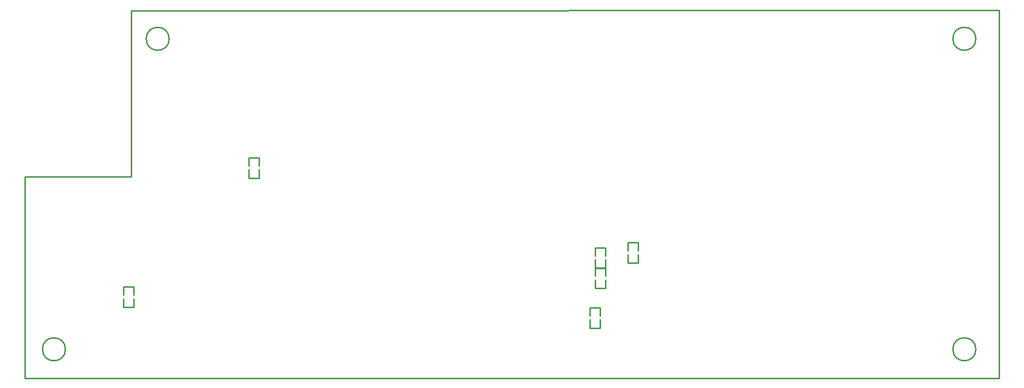
<source format=gbo>
*
*
G04 PADS 9.5 Build Number: 522968 generated Gerber (RS-274-X) file*
G04 PC Version=2.1*
*
%IN "opqbox2.pcb"*%
*
%MOIN*%
*
%FSLAX35Y35*%
*
*
*
*
G04 PC Standard Apertures*
*
*
G04 Thermal Relief Aperture macro.*
%AMTER*
1,1,$1,0,0*
1,0,$1-$2,0,0*
21,0,$3,$4,0,0,45*
21,0,$3,$4,0,0,135*
%
*
*
G04 Annular Aperture macro.*
%AMANN*
1,1,$1,0,0*
1,0,$2,0,0*
%
*
*
G04 Odd Aperture macro.*
%AMODD*
1,1,$1,0,0*
1,0,$1-0.005,0,0*
%
*
*
G04 PC Custom Aperture Macros*
*
*
*
*
*
*
G04 PC Aperture Table*
*
%ADD010C,0.001*%
%ADD013C,0.01*%
*
*
*
*
G04 PC Circuitry*
G04 Layer Name opqbox2.pcb - circuitry*
%LPD*%
*
*
G04 PC Custom Flashes*
G04 Layer Name opqbox2.pcb - flashes*
%LPD*%
*
*
G04 PC Circuitry*
G04 Layer Name opqbox2.pcb - circuitry*
%LPD*%
*
G54D10*
G54D13*
G01X859492Y309468D02*
Y315268D01*
X866492*
Y309468*
X859492Y307068D02*
Y301268D01*
X866492*
Y307068*
X859492Y295688D02*
Y301488D01*
X866492*
Y295688*
X859492Y293288D02*
Y287488D01*
X866492*
Y293288*
X544248Y280296D02*
Y274496D01*
X537248*
Y280296*
X544248Y282696D02*
Y288496D01*
X537248*
Y282696*
X623075Y371082D02*
Y376882D01*
X630075*
Y371082*
X623075Y368682D02*
Y362882D01*
X630075*
Y368682*
X888933Y310611D02*
Y304811D01*
X881933*
Y310611*
X888933Y313011D02*
Y318811D01*
X881933*
Y313011*
X855949Y268523D02*
Y274323D01*
X862949*
Y268523*
X855949Y266123D02*
Y260323D01*
X862949*
Y266123*
X1135433Y225984D02*
X470079D01*
Y363681*
X542717*
Y477362*
X1135433Y477953*
Y225984*
X497638Y245669D02*
G75*
G03X497638I-7874J0D01*
G01X568504Y458268D02*
G03X568504I-7874J0D01*
G01X1119685D02*
G03X1119685I-7874J0D01*
G01Y245669D02*
G03X1119685I-7874J0D01*
G74*
G01X0Y0D02*
M02*

</source>
